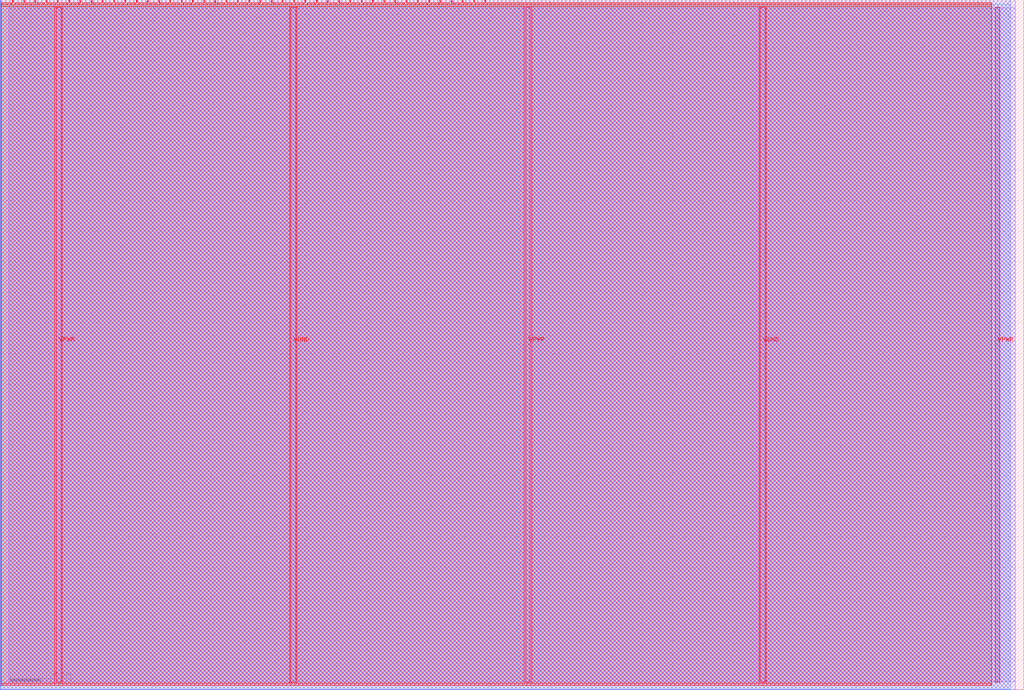
<source format=lef>
VERSION 5.7 ;
  NOWIREEXTENSIONATPIN ON ;
  DIVIDERCHAR "/" ;
  BUSBITCHARS "[]" ;
MACRO tt_um_liu3hao_rv32e_min_mcu
  CLASS BLOCK ;
  FOREIGN tt_um_liu3hao_rv32e_min_mcu ;
  ORIGIN 0.000 0.000 ;
  SIZE 334.880 BY 225.760 ;
  PIN VGND
    DIRECTION INOUT ;
    USE GROUND ;
    PORT
      LAYER met4 ;
        RECT 95.080 2.480 96.680 223.280 ;
    END
    PORT
      LAYER met4 ;
        RECT 248.680 2.480 250.280 223.280 ;
    END
  END VGND
  PIN VPWR
    DIRECTION INOUT ;
    USE POWER ;
    PORT
      LAYER met4 ;
        RECT 18.280 2.480 19.880 223.280 ;
    END
    PORT
      LAYER met4 ;
        RECT 171.880 2.480 173.480 223.280 ;
    END
    PORT
      LAYER met4 ;
        RECT 325.480 2.480 327.080 223.280 ;
    END
  END VPWR
  PIN clk
    DIRECTION INPUT ;
    USE SIGNAL ;
    ANTENNAGATEAREA 0.852000 ;
    PORT
      LAYER met4 ;
        RECT 154.870 224.760 155.170 225.760 ;
    END
  END clk
  PIN ena
    DIRECTION INPUT ;
    USE SIGNAL ;
    PORT
      LAYER met4 ;
        RECT 158.550 224.760 158.850 225.760 ;
    END
  END ena
  PIN rst_n
    DIRECTION INPUT ;
    USE SIGNAL ;
    ANTENNAGATEAREA 0.213000 ;
    PORT
      LAYER met4 ;
        RECT 151.190 224.760 151.490 225.760 ;
    END
  END rst_n
  PIN ui_in[0]
    DIRECTION INPUT ;
    USE SIGNAL ;
    ANTENNAGATEAREA 0.196500 ;
    PORT
      LAYER met4 ;
        RECT 147.510 224.760 147.810 225.760 ;
    END
  END ui_in[0]
  PIN ui_in[1]
    DIRECTION INPUT ;
    USE SIGNAL ;
    ANTENNAGATEAREA 0.196500 ;
    PORT
      LAYER met4 ;
        RECT 143.830 224.760 144.130 225.760 ;
    END
  END ui_in[1]
  PIN ui_in[2]
    DIRECTION INPUT ;
    USE SIGNAL ;
    ANTENNAGATEAREA 0.196500 ;
    PORT
      LAYER met4 ;
        RECT 140.150 224.760 140.450 225.760 ;
    END
  END ui_in[2]
  PIN ui_in[3]
    DIRECTION INPUT ;
    USE SIGNAL ;
    ANTENNAGATEAREA 0.196500 ;
    PORT
      LAYER met4 ;
        RECT 136.470 224.760 136.770 225.760 ;
    END
  END ui_in[3]
  PIN ui_in[4]
    DIRECTION INPUT ;
    USE SIGNAL ;
    ANTENNAGATEAREA 0.196500 ;
    PORT
      LAYER met4 ;
        RECT 132.790 224.760 133.090 225.760 ;
    END
  END ui_in[4]
  PIN ui_in[5]
    DIRECTION INPUT ;
    USE SIGNAL ;
    ANTENNAGATEAREA 0.196500 ;
    PORT
      LAYER met4 ;
        RECT 129.110 224.760 129.410 225.760 ;
    END
  END ui_in[5]
  PIN ui_in[6]
    DIRECTION INPUT ;
    USE SIGNAL ;
    ANTENNAGATEAREA 0.213000 ;
    PORT
      LAYER met4 ;
        RECT 125.430 224.760 125.730 225.760 ;
    END
  END ui_in[6]
  PIN ui_in[7]
    DIRECTION INPUT ;
    USE SIGNAL ;
    ANTENNAGATEAREA 0.126000 ;
    PORT
      LAYER met4 ;
        RECT 121.750 224.760 122.050 225.760 ;
    END
  END ui_in[7]
  PIN uio_in[0]
    DIRECTION INPUT ;
    USE SIGNAL ;
    PORT
      LAYER met4 ;
        RECT 118.070 224.760 118.370 225.760 ;
    END
  END uio_in[0]
  PIN uio_in[1]
    DIRECTION INPUT ;
    USE SIGNAL ;
    ANTENNAGATEAREA 0.196500 ;
    PORT
      LAYER met4 ;
        RECT 114.390 224.760 114.690 225.760 ;
    END
  END uio_in[1]
  PIN uio_in[2]
    DIRECTION INPUT ;
    USE SIGNAL ;
    ANTENNAGATEAREA 0.196500 ;
    PORT
      LAYER met4 ;
        RECT 110.710 224.760 111.010 225.760 ;
    END
  END uio_in[2]
  PIN uio_in[3]
    DIRECTION INPUT ;
    USE SIGNAL ;
    ANTENNAGATEAREA 0.196500 ;
    PORT
      LAYER met4 ;
        RECT 107.030 224.760 107.330 225.760 ;
    END
  END uio_in[3]
  PIN uio_in[4]
    DIRECTION INPUT ;
    USE SIGNAL ;
    ANTENNAGATEAREA 0.196500 ;
    PORT
      LAYER met4 ;
        RECT 103.350 224.760 103.650 225.760 ;
    END
  END uio_in[4]
  PIN uio_in[5]
    DIRECTION INPUT ;
    USE SIGNAL ;
    ANTENNAGATEAREA 0.196500 ;
    PORT
      LAYER met4 ;
        RECT 99.670 224.760 99.970 225.760 ;
    END
  END uio_in[5]
  PIN uio_in[6]
    DIRECTION INPUT ;
    USE SIGNAL ;
    ANTENNAGATEAREA 0.196500 ;
    PORT
      LAYER met4 ;
        RECT 95.990 224.760 96.290 225.760 ;
    END
  END uio_in[6]
  PIN uio_in[7]
    DIRECTION INPUT ;
    USE SIGNAL ;
    ANTENNAGATEAREA 0.196500 ;
    PORT
      LAYER met4 ;
        RECT 92.310 224.760 92.610 225.760 ;
    END
  END uio_in[7]
  PIN uio_oe[0]
    DIRECTION OUTPUT TRISTATE ;
    USE SIGNAL ;
    PORT
      LAYER met4 ;
        RECT 29.750 224.760 30.050 225.760 ;
    END
  END uio_oe[0]
  PIN uio_oe[1]
    DIRECTION OUTPUT TRISTATE ;
    USE SIGNAL ;
    ANTENNAGATEAREA 0.868500 ;
    ANTENNADIFFAREA 0.891000 ;
    PORT
      LAYER met4 ;
        RECT 26.070 224.760 26.370 225.760 ;
    END
  END uio_oe[1]
  PIN uio_oe[2]
    DIRECTION OUTPUT TRISTATE ;
    USE SIGNAL ;
    ANTENNAGATEAREA 0.868500 ;
    ANTENNADIFFAREA 0.891000 ;
    PORT
      LAYER met4 ;
        RECT 22.390 224.760 22.690 225.760 ;
    END
  END uio_oe[2]
  PIN uio_oe[3]
    DIRECTION OUTPUT TRISTATE ;
    USE SIGNAL ;
    ANTENNAGATEAREA 0.868500 ;
    ANTENNADIFFAREA 0.891000 ;
    PORT
      LAYER met4 ;
        RECT 18.710 224.760 19.010 225.760 ;
    END
  END uio_oe[3]
  PIN uio_oe[4]
    DIRECTION OUTPUT TRISTATE ;
    USE SIGNAL ;
    ANTENNAGATEAREA 0.868500 ;
    ANTENNADIFFAREA 0.891000 ;
    PORT
      LAYER met4 ;
        RECT 15.030 224.760 15.330 225.760 ;
    END
  END uio_oe[4]
  PIN uio_oe[5]
    DIRECTION OUTPUT TRISTATE ;
    USE SIGNAL ;
    ANTENNAGATEAREA 0.868500 ;
    ANTENNADIFFAREA 0.891000 ;
    PORT
      LAYER met4 ;
        RECT 11.350 224.760 11.650 225.760 ;
    END
  END uio_oe[5]
  PIN uio_oe[6]
    DIRECTION OUTPUT TRISTATE ;
    USE SIGNAL ;
    ANTENNAGATEAREA 0.868500 ;
    ANTENNADIFFAREA 0.891000 ;
    PORT
      LAYER met4 ;
        RECT 7.670 224.760 7.970 225.760 ;
    END
  END uio_oe[6]
  PIN uio_oe[7]
    DIRECTION OUTPUT TRISTATE ;
    USE SIGNAL ;
    ANTENNAGATEAREA 0.868500 ;
    ANTENNADIFFAREA 0.891000 ;
    PORT
      LAYER met4 ;
        RECT 3.990 224.760 4.290 225.760 ;
    END
  END uio_oe[7]
  PIN uio_out[0]
    DIRECTION OUTPUT TRISTATE ;
    USE SIGNAL ;
    ANTENNADIFFAREA 0.795200 ;
    PORT
      LAYER met4 ;
        RECT 59.190 224.760 59.490 225.760 ;
    END
  END uio_out[0]
  PIN uio_out[1]
    DIRECTION OUTPUT TRISTATE ;
    USE SIGNAL ;
    ANTENNAGATEAREA 0.495000 ;
    ANTENNADIFFAREA 0.891000 ;
    PORT
      LAYER met4 ;
        RECT 55.510 224.760 55.810 225.760 ;
    END
  END uio_out[1]
  PIN uio_out[2]
    DIRECTION OUTPUT TRISTATE ;
    USE SIGNAL ;
    ANTENNAGATEAREA 0.495000 ;
    ANTENNADIFFAREA 0.891000 ;
    PORT
      LAYER met4 ;
        RECT 51.830 224.760 52.130 225.760 ;
    END
  END uio_out[2]
  PIN uio_out[3]
    DIRECTION OUTPUT TRISTATE ;
    USE SIGNAL ;
    ANTENNAGATEAREA 0.495000 ;
    ANTENNADIFFAREA 0.891000 ;
    PORT
      LAYER met4 ;
        RECT 48.150 224.760 48.450 225.760 ;
    END
  END uio_out[3]
  PIN uio_out[4]
    DIRECTION OUTPUT TRISTATE ;
    USE SIGNAL ;
    ANTENNAGATEAREA 0.495000 ;
    ANTENNADIFFAREA 0.445500 ;
    PORT
      LAYER met4 ;
        RECT 44.470 224.760 44.770 225.760 ;
    END
  END uio_out[4]
  PIN uio_out[5]
    DIRECTION OUTPUT TRISTATE ;
    USE SIGNAL ;
    ANTENNAGATEAREA 0.495000 ;
    ANTENNADIFFAREA 0.891000 ;
    PORT
      LAYER met4 ;
        RECT 40.790 224.760 41.090 225.760 ;
    END
  END uio_out[5]
  PIN uio_out[6]
    DIRECTION OUTPUT TRISTATE ;
    USE SIGNAL ;
    ANTENNAGATEAREA 0.495000 ;
    ANTENNADIFFAREA 0.891000 ;
    PORT
      LAYER met4 ;
        RECT 37.110 224.760 37.410 225.760 ;
    END
  END uio_out[6]
  PIN uio_out[7]
    DIRECTION OUTPUT TRISTATE ;
    USE SIGNAL ;
    ANTENNAGATEAREA 0.495000 ;
    ANTENNADIFFAREA 0.891000 ;
    PORT
      LAYER met4 ;
        RECT 33.430 224.760 33.730 225.760 ;
    END
  END uio_out[7]
  PIN uo_out[0]
    DIRECTION OUTPUT TRISTATE ;
    USE SIGNAL ;
    ANTENNADIFFAREA 1.782000 ;
    PORT
      LAYER met4 ;
        RECT 88.630 224.760 88.930 225.760 ;
    END
  END uo_out[0]
  PIN uo_out[1]
    DIRECTION OUTPUT TRISTATE ;
    USE SIGNAL ;
    ANTENNADIFFAREA 2.862000 ;
    PORT
      LAYER met4 ;
        RECT 84.950 224.760 85.250 225.760 ;
    END
  END uo_out[1]
  PIN uo_out[2]
    DIRECTION OUTPUT TRISTATE ;
    USE SIGNAL ;
    ANTENNADIFFAREA 0.795200 ;
    PORT
      LAYER met4 ;
        RECT 81.270 224.760 81.570 225.760 ;
    END
  END uo_out[2]
  PIN uo_out[3]
    DIRECTION OUTPUT TRISTATE ;
    USE SIGNAL ;
    ANTENNADIFFAREA 0.795200 ;
    PORT
      LAYER met4 ;
        RECT 77.590 224.760 77.890 225.760 ;
    END
  END uo_out[3]
  PIN uo_out[4]
    DIRECTION OUTPUT TRISTATE ;
    USE SIGNAL ;
    ANTENNADIFFAREA 1.336500 ;
    PORT
      LAYER met4 ;
        RECT 73.910 224.760 74.210 225.760 ;
    END
  END uo_out[4]
  PIN uo_out[5]
    DIRECTION OUTPUT TRISTATE ;
    USE SIGNAL ;
    ANTENNADIFFAREA 0.445500 ;
    PORT
      LAYER met4 ;
        RECT 70.230 224.760 70.530 225.760 ;
    END
  END uo_out[5]
  PIN uo_out[6]
    DIRECTION OUTPUT TRISTATE ;
    USE SIGNAL ;
    ANTENNADIFFAREA 0.795200 ;
    PORT
      LAYER met4 ;
        RECT 66.550 224.760 66.850 225.760 ;
    END
  END uo_out[6]
  PIN uo_out[7]
    DIRECTION OUTPUT TRISTATE ;
    USE SIGNAL ;
    ANTENNADIFFAREA 0.795200 ;
    PORT
      LAYER met4 ;
        RECT 62.870 224.760 63.170 225.760 ;
    END
  END uo_out[7]
  OBS
      LAYER li1 ;
        RECT 2.760 2.635 332.120 223.125 ;
      LAYER met1 ;
        RECT 0.070 0.040 332.120 225.720 ;
      LAYER met2 ;
        RECT 0.090 0.010 330.650 225.750 ;
      LAYER met3 ;
        RECT 0.065 0.175 330.675 224.225 ;
      LAYER met4 ;
        RECT 0.295 224.360 3.590 224.760 ;
        RECT 4.690 224.360 7.270 224.760 ;
        RECT 8.370 224.360 10.950 224.760 ;
        RECT 12.050 224.360 14.630 224.760 ;
        RECT 15.730 224.360 18.310 224.760 ;
        RECT 19.410 224.360 21.990 224.760 ;
        RECT 23.090 224.360 25.670 224.760 ;
        RECT 26.770 224.360 29.350 224.760 ;
        RECT 30.450 224.360 33.030 224.760 ;
        RECT 34.130 224.360 36.710 224.760 ;
        RECT 37.810 224.360 40.390 224.760 ;
        RECT 41.490 224.360 44.070 224.760 ;
        RECT 45.170 224.360 47.750 224.760 ;
        RECT 48.850 224.360 51.430 224.760 ;
        RECT 52.530 224.360 55.110 224.760 ;
        RECT 56.210 224.360 58.790 224.760 ;
        RECT 59.890 224.360 62.470 224.760 ;
        RECT 63.570 224.360 66.150 224.760 ;
        RECT 67.250 224.360 69.830 224.760 ;
        RECT 70.930 224.360 73.510 224.760 ;
        RECT 74.610 224.360 77.190 224.760 ;
        RECT 78.290 224.360 80.870 224.760 ;
        RECT 81.970 224.360 84.550 224.760 ;
        RECT 85.650 224.360 88.230 224.760 ;
        RECT 89.330 224.360 91.910 224.760 ;
        RECT 93.010 224.360 95.590 224.760 ;
        RECT 96.690 224.360 99.270 224.760 ;
        RECT 100.370 224.360 102.950 224.760 ;
        RECT 104.050 224.360 106.630 224.760 ;
        RECT 107.730 224.360 110.310 224.760 ;
        RECT 111.410 224.360 113.990 224.760 ;
        RECT 115.090 224.360 117.670 224.760 ;
        RECT 118.770 224.360 121.350 224.760 ;
        RECT 122.450 224.360 125.030 224.760 ;
        RECT 126.130 224.360 128.710 224.760 ;
        RECT 129.810 224.360 132.390 224.760 ;
        RECT 133.490 224.360 136.070 224.760 ;
        RECT 137.170 224.360 139.750 224.760 ;
        RECT 140.850 224.360 143.430 224.760 ;
        RECT 144.530 224.360 147.110 224.760 ;
        RECT 148.210 224.360 150.790 224.760 ;
        RECT 151.890 224.360 154.470 224.760 ;
        RECT 155.570 224.360 158.150 224.760 ;
        RECT 159.250 224.360 324.465 224.760 ;
        RECT 0.295 223.680 324.465 224.360 ;
        RECT 0.295 2.080 17.880 223.680 ;
        RECT 20.280 2.080 94.680 223.680 ;
        RECT 97.080 2.080 171.480 223.680 ;
        RECT 173.880 2.080 248.280 223.680 ;
        RECT 250.680 2.080 324.465 223.680 ;
        RECT 0.295 1.535 324.465 2.080 ;
  END
END tt_um_liu3hao_rv32e_min_mcu
END LIBRARY


</source>
